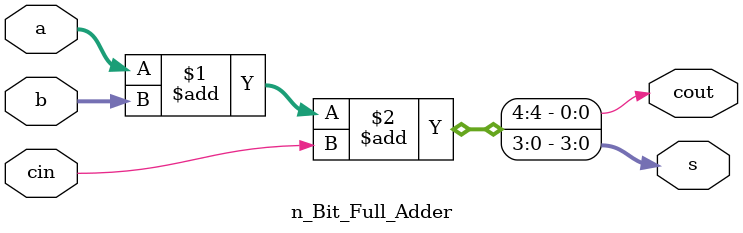
<source format=v>


module n_Bit_Full_Adder #(parameter N = 4)(
    input [N-1:0] a, b,
    input cin,
    output [N-1:0] s,
    output cout
);
    
    assign {cout,s} = a + b + cin;

endmodule
</source>
